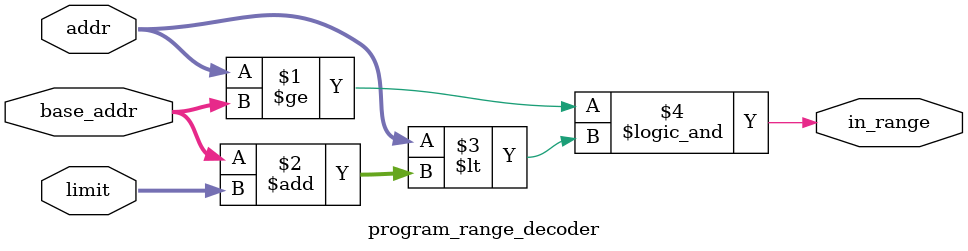
<source format=sv>
module program_range_decoder(
    input [7:0] addr,
    input [7:0] base_addr,
    input [7:0] limit,
    output in_range
);
    assign in_range = (addr >= base_addr) && (addr < (base_addr + limit));
endmodule
</source>
